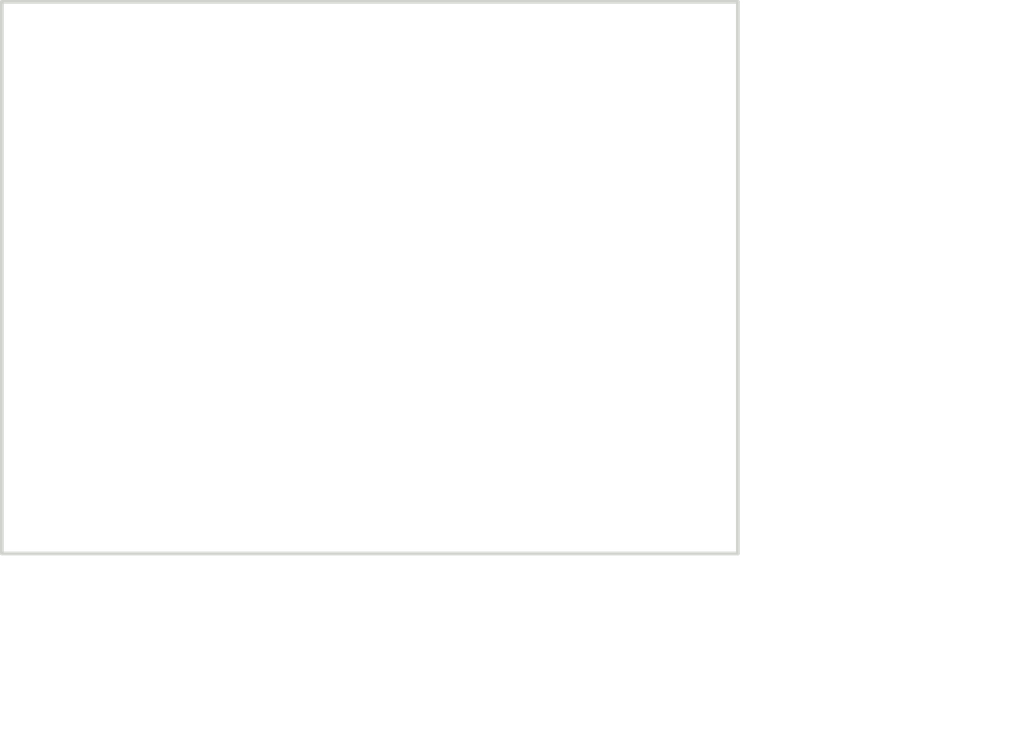
<source format=kicad_pcb>
(kicad_pcb
	(version 20241229)
	(generator "pcbnew")
	(generator_version "9.0")
	(general
		(thickness 1.6)
		(legacy_teardrops no)
	)
	(paper "A4")
	(layers
		(0 "F.Cu" signal)
		(2 "B.Cu" signal)
		(9 "F.Adhes" user "F.Adhesive")
		(11 "B.Adhes" user "B.Adhesive")
		(13 "F.Paste" user)
		(15 "B.Paste" user)
		(5 "F.SilkS" user "F.Silkscreen")
		(7 "B.SilkS" user "B.Silkscreen")
		(1 "F.Mask" user)
		(3 "B.Mask" user)
		(17 "Dwgs.User" user "User.Drawings")
		(19 "Cmts.User" user "User.Comments")
		(21 "Eco1.User" user "User.Eco1")
		(23 "Eco2.User" user "User.Eco2")
		(25 "Edge.Cuts" user)
		(27 "Margin" user)
		(31 "F.CrtYd" user "F.Courtyard")
		(29 "B.CrtYd" user "B.Courtyard")
		(35 "F.Fab" user)
		(33 "B.Fab" user)
		(39 "User.1" user)
		(41 "User.2" user)
		(43 "User.3" user)
		(45 "User.4" user)
		(47 "User.5" user)
		(49 "User.6" user)
		(51 "User.7" user)
		(53 "User.8" user)
		(55 "User.9" user)
	)
	(setup
		(pad_to_mask_clearance 0)
		(allow_soldermask_bridges_in_footprints no)
		(tenting front back)
		(pcbplotparams
			(layerselection 0x00000000_00000000_55555555_5755f5ff)
			(plot_on_all_layers_selection 0x00000000_00000000_00000000_00000000)
			(disableapertmacros no)
			(usegerberextensions no)
			(usegerberattributes yes)
			(usegerberadvancedattributes yes)
			(creategerberjobfile yes)
			(dashed_line_dash_ratio 12.000000)
			(dashed_line_gap_ratio 3.000000)
			(svgprecision 4)
			(plotframeref no)
			(mode 1)
			(useauxorigin no)
			(hpglpennumber 1)
			(hpglpenspeed 20)
			(hpglpendiameter 15.000000)
			(pdf_front_fp_property_popups yes)
			(pdf_back_fp_property_popups yes)
			(pdf_metadata yes)
			(pdf_single_document no)
			(dxfpolygonmode yes)
			(dxfimperialunits yes)
			(dxfusepcbnewfont yes)
			(psnegative no)
			(psa4output no)
			(plot_black_and_white yes)
			(plotinvisibletext no)
			(sketchpadsonfab no)
			(plotpadnumbers no)
			(hidednponfab no)
			(sketchdnponfab yes)
			(crossoutdnponfab yes)
			(subtractmaskfromsilk no)
			(outputformat 1)
			(mirror no)
			(drillshape 1)
			(scaleselection 1)
			(outputdirectory "")
		)
	)
	(net 0 "")
	(gr_line
		(start 140 130)
		(end 140 100)
		(stroke
			(width 0.2)
			(type solid)
		)
		(locked yes)
		(layer "Edge.Cuts")
		(uuid "1169ffaf-7193-4406-b25f-cc6a6fba3781")
	)
	(gr_line
		(start 100 100)
		(end 140 100)
		(stroke
			(width 0.2)
			(type solid)
		)
		(locked yes)
		(layer "Edge.Cuts")
		(uuid "17dcbcb3-1e8e-468f-a52b-01a8f1745452")
	)
	(gr_line
		(start 100 100)
		(end 100 130)
		(stroke
			(width 0.2)
			(type solid)
		)
		(locked yes)
		(layer "Edge.Cuts")
		(uuid "4ca132b8-c01f-4e73-875d-ff964ab63269")
	)
	(gr_line
		(start 100 130)
		(end 140 130)
		(stroke
			(width 0.2)
			(type solid)
		)
		(locked yes)
		(layer "Edge.Cuts")
		(uuid "9da921d2-e265-4e6f-bcd3-42de9a3b3fc4")
	)
	(dimension
		(type aligned)
		(locked yes)
		(layer "User.1")
		(uuid "a4b4f563-d912-4b97-a3c1-d75da3876cee")
		(pts
			(xy 100 130) (xy 140 130)
		)
		(height 10.3604)
		(format
			(prefix "")
			(suffix "")
			(units 3)
			(units_format 1)
			(precision 4)
		)
		(style
			(thickness 0.2)
			(arrow_length 1.27)
			(text_position_mode 0)
			(arrow_direction outward)
			(extension_height 0.58642)
			(extension_offset 0.5)
			(keep_text_aligned yes)
		)
		(gr_text "40.0000 mm"
			(locked yes)
			(at 120 138.5604 0)
			(layer "User.1")
			(uuid "a4b4f563-d912-4b97-a3c1-d75da3876cee")
			(effects
				(font
					(size 1.5 1.5)
					(thickness 0.3)
				)
			)
		)
	)
	(dimension
		(type aligned)
		(locked yes)
		(layer "User.1")
		(uuid "c0292402-3195-4e58-97b9-c395557157b4")
		(pts
			(xy 140 100) (xy 140 130)
		)
		(height -9.86)
		(format
			(prefix "")
			(suffix "")
			(units 3)
			(units_format 1)
			(precision 4)
		)
		(style
			(thickness 0.2)
			(arrow_length 1.27)
			(text_position_mode 0)
			(arrow_direction outward)
			(extension_height 0.58642)
			(extension_offset 0.5)
			(keep_text_aligned yes)
		)
		(gr_text "30.0000 mm"
			(locked yes)
			(at 148.06 115 90)
			(layer "User.1")
			(uuid "c0292402-3195-4e58-97b9-c395557157b4")
			(effects
				(font
					(size 1.5 1.5)
					(thickness 0.3)
				)
			)
		)
	)
	(embedded_fonts no)
)

</source>
